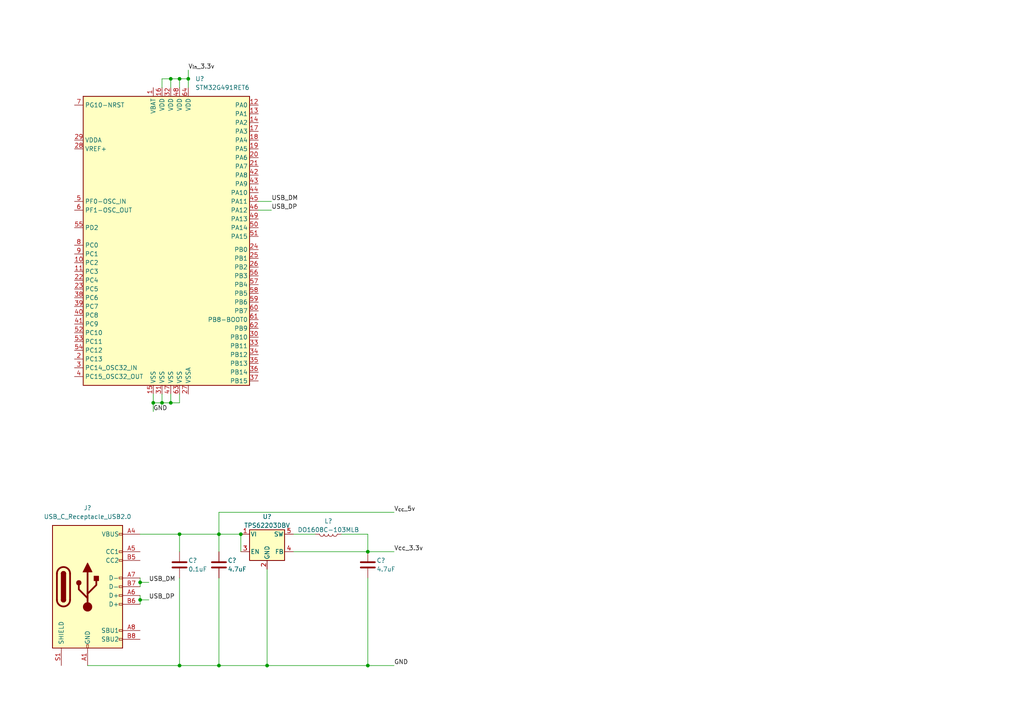
<source format=kicad_sch>
(kicad_sch (version 20211123) (generator eeschema)
  (paper "A4")
  (lib_symbols
    (symbol "Connector:USB_C_Receptacle_USB2.0" (pin_names (offset 1.016))
      (property "Reference" "J" (at -10.16 19.05 0))
      (property "Value" "USB_C_Receptacle_USB2.0" (at 19.05 19.05 0))
      (symbol "USB_C_Receptacle_USB2.0_0_0"
        (rectangle (start -0.254 -17.78) (end 0.254 -16.764))
        (rectangle (start 10.16 -14.986) (end 9.144 -15.494))
        (rectangle (start 10.16 -12.446) (end 9.144 -12.954))
        (rectangle (start 10.16 -4.826) (end 9.144 -5.334))
        (rectangle (start 10.16 -2.286) (end 9.144 -2.794))
        (rectangle (start 10.16 0.254) (end 9.144 -0.254))
        (rectangle (start 10.16 2.794) (end 9.144 2.286))
        (rectangle (start 10.16 7.874) (end 9.144 7.366))
        (rectangle (start 10.16 10.414) (end 9.144 9.906))
        (rectangle (start 10.16 15.494) (end 9.144 14.986))
      )
      (symbol "USB_C_Receptacle_USB2.0_0_1"
        (rectangle (start -10.16 17.78) (end 10.16 -17.78) (stroke (width 0.254)) (fill (type background)))
        (arc (start -8.89 -3.81) (mid -6.985 -5.715) (end -5.08 -3.81) (stroke (width 0.508)))
        (arc (start -7.62 -3.81) (mid -6.985 -4.445) (end -6.35 -3.81) (stroke (width 0.254)))
        (arc (start -7.62 -3.81) (mid -6.985 -4.445) (end -6.35 -3.81) (stroke (width 0.254)) (fill (type outline)))
        (rectangle (start -7.62 -3.81) (end -6.35 3.81) (stroke (width 0.254)) (fill (type outline)))
        (arc (start -6.35 3.81) (mid -6.985 4.445) (end -7.62 3.81) (stroke (width 0.254)))
        (arc (start -6.35 3.81) (mid -6.985 4.445) (end -7.62 3.81) (stroke (width 0.254)) (fill (type outline)))
        (arc (start -5.08 3.81) (mid -6.985 5.715) (end -8.89 3.81) (stroke (width 0.508)))
        (circle (center -2.54 1.143) (radius 0.635) (stroke (width 0.254)) (fill (type outline)))
        (circle (center 0 -5.842) (radius 1.27) (fill (type outline)))
        (polyline (pts (xy -8.89 -3.81) (xy -8.89 3.81)) (stroke (width 0.508)))
        (polyline (pts (xy -5.08 3.81) (xy -5.08 -3.81)) (stroke (width 0.508)))
        (polyline (pts (xy 0 -5.842) (xy 0 4.318)) (stroke (width 0.508)))
        (polyline (pts (xy 0 -3.302) (xy -2.54 -0.762) (xy -2.54 0.508)) (stroke (width 0.508)))
        (polyline (pts (xy 0 -2.032) (xy 2.54 0.508) (xy 2.54 1.778)) (stroke (width 0.508)))
        (polyline (pts (xy -1.27 4.318) (xy 0 6.858) (xy 1.27 4.318) (xy -1.27 4.318)) (stroke (width 0.254)) (fill (type outline)))
        (rectangle (start 1.905 1.778) (end 3.175 3.048) (stroke (width 0.254)) (fill (type outline)))
      )
      (symbol "USB_C_Receptacle_USB2.0_1_1"
        (pin passive line (at 0 -22.86 90) (length 5.08) (name "GND") (number "A1"))
        (pin passive line (at 0 -22.86 90) (length 5.08) hide (name "GND") (number "A12"))
        (pin passive line (at 15.24 15.24 180) (length 5.08) (name "VBUS") (number "A4"))
        (pin bidirectional line (at 15.24 10.16 180) (length 5.08) (name "CC1") (number "A5"))
        (pin bidirectional line (at 15.24 -2.54 180) (length 5.08) (name "D+") (number "A6"))
        (pin bidirectional line (at 15.24 2.54 180) (length 5.08) (name "D-") (number "A7"))
        (pin bidirectional line (at 15.24 -12.7 180) (length 5.08) (name "SBU1") (number "A8"))
        (pin passive line (at 15.24 15.24 180) (length 5.08) hide (name "VBUS") (number "A9"))
        (pin passive line (at 0 -22.86 90) (length 5.08) hide (name "GND") (number "B1"))
        (pin passive line (at 0 -22.86 90) (length 5.08) hide (name "GND") (number "B12"))
        (pin passive line (at 15.24 15.24 180) (length 5.08) hide (name "VBUS") (number "B4"))
        (pin bidirectional line (at 15.24 7.62 180) (length 5.08) (name "CC2") (number "B5"))
        (pin bidirectional line (at 15.24 -5.08 180) (length 5.08) (name "D+") (number "B6"))
        (pin bidirectional line (at 15.24 0 180) (length 5.08) (name "D-") (number "B7"))
        (pin bidirectional line (at 15.24 -15.24 180) (length 5.08) (name "SBU2") (number "B8"))
        (pin passive line (at 15.24 15.24 180) (length 5.08) hide (name "VBUS") (number "B9"))
        (pin passive line (at -7.62 -22.86 90) (length 5.08) (name "SHIELD") (number "S1"))
      )
    )
    (symbol "Device:C" (pin_numbers hide) (pin_names (offset 0.254))
      (property "Reference" "C" (at 0.635 2.54 0))
      (property "Value" "C" (at 0.635 -2.54 0))
      (symbol "C_0_1"
        (polyline (pts (xy -2.032 -0.762) (xy 2.032 -0.762)) (stroke (width 0.508)))
        (polyline (pts (xy -2.032 0.762) (xy 2.032 0.762)) (stroke (width 0.508)))
      )
      (symbol "C_1_1"
        (pin passive line (at 0 3.81 270) (length 2.794) (name "~") (number "1"))
        (pin passive line (at 0 -3.81 90) (length 2.794) (name "~") (number "2"))
      )
    )
    (symbol "Device:L" (pin_numbers hide) (pin_names (offset 1.016) hide)
      (property "Reference" "L" (at -1.27 0 90))
      (property "Value" "L" (at 1.905 0 90))
      (symbol "L_0_1"
        (arc (start 0 -2.54) (mid 0.635 -1.905) (end 0 -1.27))
        (arc (start 0 -1.27) (mid 0.635 -0.635) (end 0 0))
        (arc (start 0 0) (mid 0.635 0.635) (end 0 1.27))
        (arc (start 0 1.27) (mid 0.635 1.905) (end 0 2.54))
      )
      (symbol "L_1_1"
        (pin passive line (at 0 3.81 270) (length 1.27) (name "1") (number "1"))
        (pin passive line (at 0 -3.81 90) (length 1.27) (name "2") (number "2"))
      )
    )
    (symbol "Regulator_Switching:TPS62203DBV" (pin_names (offset 0.254))
      (property "Reference" "U" (at -5.08 7.62 0))
      (property "Value" "TPS62203DBV" (at 0 7.62 0))
      (symbol "TPS62203DBV_0_1"
        (rectangle (start -5.08 6.35) (end 5.08 -2.54) (stroke (width 0.254)) (fill (type background)))
      )
      (symbol "TPS62203DBV_1_1"
        (pin power_in line (at -7.62 5.08 0) (length 2.54) (name "VI") (number "1"))
        (pin power_in line (at 0 -5.08 90) (length 2.54) (name "GND") (number "2"))
        (pin input line (at -7.62 0 0) (length 2.54) (name "EN") (number "3"))
        (pin input line (at 7.62 0 180) (length 2.54) (name "FB") (number "4"))
        (pin output line (at 7.62 5.08 180) (length 2.54) (name "SW") (number "5"))
      )
    )
    (symbol "STM32:STM32G491RET6"
      (property "Reference" "U" (at -44.45 41.91 0))
      (property "Value" "STM32G491RET6" (at 17.78 41.91 0))
      (symbol "STM32G491RET6_0_1"
        (rectangle (start -25.4 40.64) (end 22.86 -43.18) (stroke (width 0.254)) (fill (type background)))
      )
      (symbol "STM32G491RET6_1_1"
        (pin power_in line (at -5.08 43.18 270) (length 2.54) (name "VBAT") (number "1"))
        (pin bidirectional line (at -27.94 -7.62 0) (length 2.54) (name "PC2") (number "10"))
        (pin bidirectional line (at -27.94 -10.16 0) (length 2.54) (name "PC3") (number "11"))
        (pin bidirectional line (at 25.4 38.1 180) (length 2.54) (name "PA0") (number "12"))
        (pin bidirectional line (at 25.4 35.56 180) (length 2.54) (name "PA1") (number "13"))
        (pin bidirectional line (at 25.4 33.02 180) (length 2.54) (name "PA2") (number "14"))
        (pin power_in line (at -5.08 -45.72 90) (length 2.54) (name "VSS") (number "15"))
        (pin power_in line (at -2.54 43.18 270) (length 2.54) (name "VDD") (number "16"))
        (pin bidirectional line (at 25.4 30.48 180) (length 2.54) (name "PA3") (number "17"))
        (pin bidirectional line (at 25.4 27.94 180) (length 2.54) (name "PA4") (number "18"))
        (pin bidirectional line (at 25.4 25.4 180) (length 2.54) (name "PA5") (number "19"))
        (pin bidirectional line (at -27.94 -35.56 0) (length 2.54) (name "PC13") (number "2"))
        (pin bidirectional line (at 25.4 22.86 180) (length 2.54) (name "PA6") (number "20"))
        (pin bidirectional line (at 25.4 20.32 180) (length 2.54) (name "PA7") (number "21"))
        (pin bidirectional line (at -27.94 -12.7 0) (length 2.54) (name "PC4") (number "22"))
        (pin bidirectional line (at -27.94 -15.24 0) (length 2.54) (name "PC5") (number "23"))
        (pin bidirectional line (at 25.4 -3.81 180) (length 2.54) (name "PB0") (number "24"))
        (pin bidirectional line (at 25.4 -6.35 180) (length 2.54) (name "PB1") (number "25"))
        (pin bidirectional line (at 25.4 -8.89 180) (length 2.54) (name "PB2") (number "26"))
        (pin power_in line (at 5.08 -45.72 90) (length 2.54) (name "VSSA") (number "27"))
        (pin power_in line (at -27.94 25.4 0) (length 2.54) (name "VREF+") (number "28"))
        (pin power_in line (at -27.94 27.94 0) (length 2.54) (name "VDDA") (number "29"))
        (pin bidirectional line (at -27.94 -38.1 0) (length 2.54) (name "PC14_OSC32_IN") (number "3"))
        (pin bidirectional line (at 25.4 -29.21 180) (length 2.54) (name "PB10") (number "30"))
        (pin power_in line (at -2.54 -45.72 90) (length 2.54) (name "VSS") (number "31"))
        (pin power_in line (at 0 43.18 270) (length 2.54) (name "VDD") (number "32"))
        (pin bidirectional line (at 25.4 -31.75 180) (length 2.54) (name "PB11") (number "33"))
        (pin bidirectional line (at 25.4 -34.29 180) (length 2.54) (name "PB12") (number "34"))
        (pin bidirectional line (at 25.4 -36.83 180) (length 2.54) (name "PB13") (number "35"))
        (pin bidirectional line (at 25.4 -39.37 180) (length 2.54) (name "PB14") (number "36"))
        (pin bidirectional line (at 25.4 -41.91 180) (length 2.54) (name "PB15") (number "37"))
        (pin bidirectional line (at -27.94 -17.78 0) (length 2.54) (name "PC6") (number "38"))
        (pin bidirectional line (at -27.94 -20.32 0) (length 2.54) (name "PC7") (number "39"))
        (pin bidirectional line (at -27.94 -40.64 0) (length 2.54) (name "PC15_OSC32_OUT") (number "4"))
        (pin bidirectional line (at -27.94 -22.86 0) (length 2.54) (name "PC8") (number "40"))
        (pin bidirectional line (at -27.94 -25.4 0) (length 2.54) (name "PC9") (number "41"))
        (pin bidirectional line (at 25.4 17.78 180) (length 2.54) (name "PA8") (number "42"))
        (pin bidirectional line (at 25.4 15.24 180) (length 2.54) (name "PA9") (number "43"))
        (pin bidirectional line (at 25.4 12.7 180) (length 2.54) (name "PA10") (number "44"))
        (pin bidirectional line (at 25.4 10.16 180) (length 2.54) (name "PA11") (number "45"))
        (pin bidirectional line (at 25.4 7.62 180) (length 2.54) (name "PA12") (number "46"))
        (pin power_in line (at 0 -45.72 90) (length 2.54) (name "VSS") (number "47"))
        (pin power_in line (at 2.54 43.18 270) (length 2.54) (name "VDD") (number "48"))
        (pin bidirectional line (at 25.4 5.08 180) (length 2.54) (name "PA13") (number "49"))
        (pin input line (at -27.94 10.16 0) (length 2.54) (name "PF0-OSC_IN") (number "5"))
        (pin bidirectional line (at 25.4 2.54 180) (length 2.54) (name "PA14") (number "50"))
        (pin bidirectional line (at 25.4 0 180) (length 2.54) (name "PA15") (number "51"))
        (pin bidirectional line (at -27.94 -27.94 0) (length 2.54) (name "PC10") (number "52"))
        (pin bidirectional line (at -27.94 -30.48 0) (length 2.54) (name "PC11") (number "53"))
        (pin bidirectional line (at -27.94 -33.02 0) (length 2.54) (name "PC12") (number "54"))
        (pin bidirectional line (at -27.94 2.54 0) (length 2.54) (name "PD2") (number "55"))
        (pin bidirectional line (at 25.4 -11.43 180) (length 2.54) (name "PB3") (number "56"))
        (pin bidirectional line (at 25.4 -13.97 180) (length 2.54) (name "PB4") (number "57"))
        (pin bidirectional line (at 25.4 -16.51 180) (length 2.54) (name "PB5") (number "58"))
        (pin bidirectional line (at 25.4 -19.05 180) (length 2.54) (name "PB6") (number "59"))
        (pin input line (at -27.94 7.62 0) (length 2.54) (name "PF1-OSC_OUT") (number "6"))
        (pin bidirectional line (at 25.4 -21.59 180) (length 2.54) (name "PB7") (number "60"))
        (pin bidirectional line (at 25.4 -24.13 180) (length 2.54) (name "PB8-BOOT0") (number "61"))
        (pin bidirectional line (at 25.4 -26.67 180) (length 2.54) (name "PB9") (number "62"))
        (pin power_in line (at 2.54 -45.72 90) (length 2.54) (name "VSS") (number "63"))
        (pin power_in line (at 5.08 43.18 270) (length 2.54) (name "VDD") (number "64"))
        (pin input line (at -27.94 38.1 0) (length 2.54) (name "PG10-NRST") (number "7"))
        (pin bidirectional line (at -27.94 -2.54 0) (length 2.54) (name "PC0") (number "8"))
        (pin bidirectional line (at -27.94 -5.08 0) (length 2.54) (name "PC1") (number "9"))
      )
    )
  )
  (junction (at 52.07 22.86))
  (junction (at 106.68 193.04))
  (junction (at 106.68 160.02))
  (junction (at 69.85 154.94))
  (junction (at 46.99 116.84))
  (junction (at 77.47 193.04))
  (junction (at 40.64 173.99))
  (junction (at 52.07 154.94))
  (junction (at 54.61 22.86))
  (junction (at 52.07 193.04))
  (junction (at 49.53 116.84))
  (junction (at 44.45 116.84))
  (junction (at 40.64 168.91))
  (junction (at 49.53 22.86))
  (junction (at 63.5 154.94))
  (junction (at 63.5 193.04))
  (wire (pts (xy 46.99 116.84) (xy 49.53 116.84)))
  (wire (pts (xy 25.4 193.04) (xy 52.07 193.04)))
  (wire (pts (xy 63.5 167.64) (xy 63.5 193.04)))
  (wire (pts (xy 44.45 116.84) (xy 44.45 119.38)))
  (wire (pts (xy 49.53 114.3) (xy 49.53 116.84)))
  (wire (pts (xy 63.5 154.94) (xy 63.5 148.59)))
  (wire (pts (xy 54.61 20.32) (xy 54.61 22.86)))
  (wire (pts (xy 106.68 154.94) (xy 99.06 154.94)))
  (wire (pts (xy 46.99 22.86) (xy 46.99 25.4)))
  (wire (pts (xy 69.85 154.94) (xy 69.85 160.02)))
  (wire (pts (xy 40.64 173.99) (xy 43.18 173.99)))
  (wire (pts (xy 52.07 167.64) (xy 52.07 193.04)))
  (wire (pts (xy 52.07 154.94) (xy 52.07 160.02)))
  (wire (pts (xy 77.47 193.04) (xy 77.47 165.1)))
  (wire (pts (xy 52.07 193.04) (xy 63.5 193.04)))
  (wire (pts (xy 46.99 114.3) (xy 46.99 116.84)))
  (wire (pts (xy 40.64 167.64) (xy 40.64 168.91)))
  (wire (pts (xy 44.45 116.84) (xy 46.99 116.84)))
  (wire (pts (xy 106.68 160.02) (xy 106.68 154.94)))
  (wire (pts (xy 63.5 160.02) (xy 63.5 154.94)))
  (wire (pts (xy 49.53 116.84) (xy 52.07 116.84)))
  (wire (pts (xy 40.64 172.72) (xy 40.64 173.99)))
  (wire (pts (xy 85.09 160.02) (xy 106.68 160.02)))
  (wire (pts (xy 40.64 154.94) (xy 52.07 154.94)))
  (wire (pts (xy 106.68 160.02) (xy 114.3 160.02)))
  (wire (pts (xy 52.07 116.84) (xy 52.07 114.3)))
  (wire (pts (xy 54.61 22.86) (xy 54.61 25.4)))
  (wire (pts (xy 63.5 154.94) (xy 69.85 154.94)))
  (wire (pts (xy 63.5 148.59) (xy 114.3 148.59)))
  (wire (pts (xy 52.07 22.86) (xy 52.07 25.4)))
  (wire (pts (xy 74.93 58.42) (xy 78.74 58.42)))
  (wire (pts (xy 106.68 167.64) (xy 106.68 193.04)))
  (wire (pts (xy 63.5 193.04) (xy 77.47 193.04)))
  (wire (pts (xy 52.07 154.94) (xy 63.5 154.94)))
  (wire (pts (xy 106.68 193.04) (xy 114.3 193.04)))
  (wire (pts (xy 74.93 60.96) (xy 78.74 60.96)))
  (wire (pts (xy 46.99 22.86) (xy 49.53 22.86)))
  (wire (pts (xy 44.45 114.3) (xy 44.45 116.84)))
  (wire (pts (xy 52.07 22.86) (xy 54.61 22.86)))
  (wire (pts (xy 77.47 193.04) (xy 106.68 193.04)))
  (wire (pts (xy 91.44 154.94) (xy 85.09 154.94)))
  (wire (pts (xy 40.64 173.99) (xy 40.64 175.26)))
  (wire (pts (xy 49.53 22.86) (xy 49.53 25.4)))
  (wire (pts (xy 49.53 22.86) (xy 52.07 22.86)))
  (wire (pts (xy 40.64 168.91) (xy 40.64 170.18)))
  (wire (pts (xy 40.64 168.91) (xy 43.18 168.91)))
  (label "GND" (at 44.45 119.38 0))
  (label "USB_DP" (at 78.74 60.96 0))
  (label "V_{cc}_5v" (at 114.3 148.59 0))
  (label "USB_DM" (at 43.18 168.91 0))
  (label "V_{in}_3.3v" (at 54.61 20.32 0))
  (label "GND" (at 114.3 193.04 0))
  (label "USB_DP" (at 43.18 173.99 0))
  (label "USB_DM" (at 78.74 58.42 0))
  (label "Vcc_3.3v" (at 114.3 160.02 0))
  (symbol (lib_id "Device:C") (at 106.68 163.83 0) (unit 1)
    (property "Reference" "C?" (at 109.22 162.56 0) (effects (justify left)))
    (property "Value" "4.7uF" (at 109.22 165.1 0) (effects (justify left)))
  )
  (symbol (lib_id "Device:C") (at 52.07 163.83 0) (unit 1)
    (property "Reference" "C?" (at 54.61 162.56 0) (effects (justify left)))
    (property "Value" "0.1uF" (at 54.61 165.1 0) (effects (justify left)))
  )
  (symbol (lib_id "Device:L") (at 95.25 154.94 270) (unit 1)
    (property "Reference" "L?" (at 95.25 151.13 90))
    (property "Value" "DO1608C-103MLB" (at 95.25 153.67 90))
    (property "Footprint" "Inductors:DO1608C" (effects hide))
    (property "Datasheet" "https://www.farnell.com/datasheets/1681900.pdf" (effects hide))
  )
  (symbol (lib_id "Regulator_Switching:TPS62203DBV") (at 77.47 160.02 0) (unit 1)
    (property "Reference" "U?" (at 77.47 149.86 0))
    (property "Value" "TPS62203DBV" (at 77.47 152.4 0))
    (property "Footprint" "Package_TO_SOT_SMD:SOT-23-5" (effects hide))
    (property "Datasheet" "http://www.ti.com/lit/ds/symlink/tps62201.pdf" (effects hide))
  )
  (symbol (lib_id "STM32:STM32G491RET6") (at 49.53 68.58 0) (unit 1)
    (property "Reference" "U?" (at 56.6294 22.86 0) (effects (justify left)))
    (property "Value" "STM32G491RET6" (at 56.6294 25.4 0) (effects (justify left)))
    (property "Footprint" "Package_QFP:LQFP-64_10x10mm_P0.5mm" (effects hide))
    (property "Datasheet" "http://www.st.com/st-web-ui/static/active/en/resource/technical/document/datasheet/DM00086815.pdf" (effects hide))
  )
  (symbol (lib_id "Device:C") (at 63.5 163.83 0) (unit 1)
    (property "Reference" "C?" (at 66.04 162.56 0) (effects (justify left)))
    (property "Value" "4.7uF" (at 66.04 165.1 0) (effects (justify left)))
  )
  (symbol (lib_id "Connector:USB_C_Receptacle_USB2.0") (at 25.4 170.18 0) (unit 1)
    (property "Reference" "J?" (at 25.4 147.32 0))
    (property "Value" "USB_C_Receptacle_USB2.0" (at 25.4 149.86 0))
    (property "Datasheet" "https://www.usb.org/sites/default/files/documents/usb_type-c.zip" (effects hide))
  )
)
</source>
